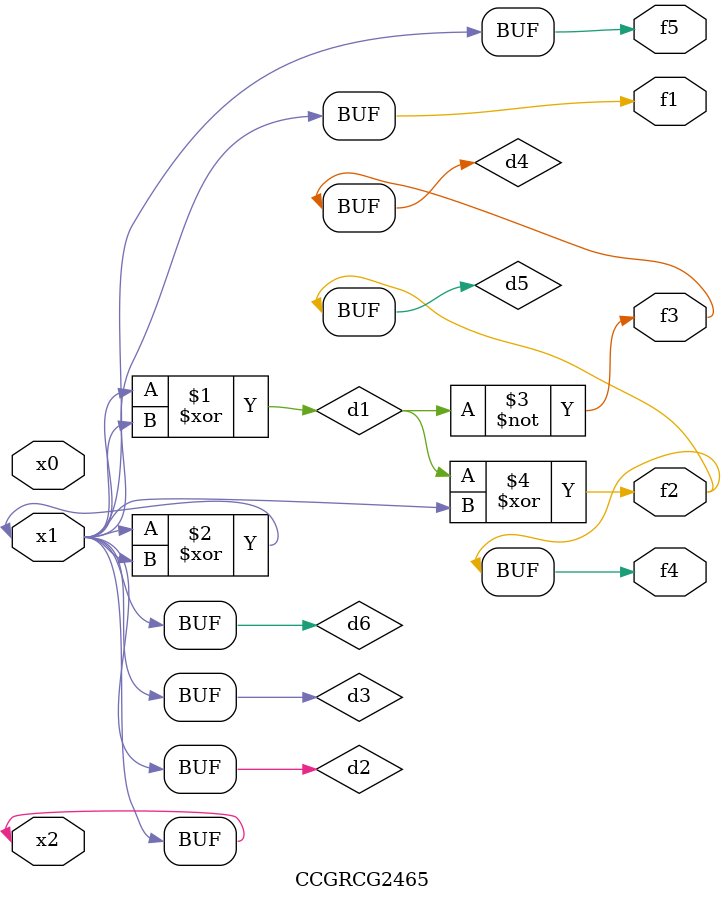
<source format=v>
module CCGRCG2465(
	input x0, x1, x2,
	output f1, f2, f3, f4, f5
);

	wire d1, d2, d3, d4, d5, d6;

	xor (d1, x1, x2);
	buf (d2, x1, x2);
	xor (d3, x1, x2);
	nor (d4, d1);
	xor (d5, d1, d2);
	buf (d6, d2, d3);
	assign f1 = d6;
	assign f2 = d5;
	assign f3 = d4;
	assign f4 = d5;
	assign f5 = d6;
endmodule

</source>
